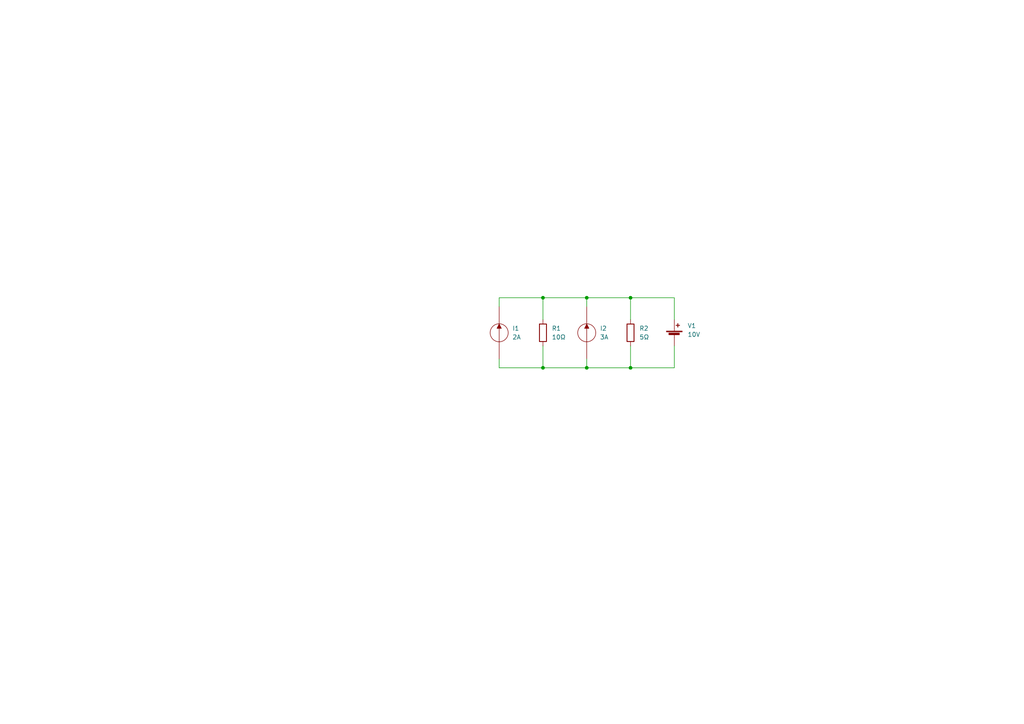
<source format=kicad_sch>
(kicad_sch (version 20230121) (generator eeschema)
  (paper "A4")
  (lib_symbols
    (symbol "Device:R" (pin_numbers hide) (pin_names (offset 0))
      (property "Reference" "R" (at 2.032 0 90))
      (property "Value" "R" (at 0 0 90))
      (symbol "R_0_1"
        (rectangle (start -1.016 -2.54) (end 1.016 2.54) (stroke (width 0.254)))
      )
      (symbol "R_1_1"
        (pin passive line (at 0 3.81 270) (length 1.27) (name "~") (number "1"))
        (pin passive line (at 0 -3.81 90) (length 1.27) (name "~") (number "2"))
      )
    )
    (symbol "Personalizado:fonte_corrente" (pin_numbers hide) (pin_names (offset 0))
      (property "Reference" "I" (at 3.81 0 0))
      (property "Value" "fonte_corrente" (at -3.81 -0.635 90))
      (symbol "fonte_corrente_0_1"
        (polyline (pts (xy 0 -2.54) (xy 0 2.54)))
        (polyline (pts (xy 0 2.54) (xy -0.635 1.27) (xy 0.635 1.27) (xy 0 2.54)) (fill (type outline)))
        (circle (center 0 0) (radius 2.6162))
      )
      (symbol "fonte_corrente_1_1"
        (pin passive line (at 0 7.62 270) (length 5.08) (name "~") (number "1"))
        (pin passive line (at 0 -7.62 90) (length 5.08) (name "~") (number "2"))
      )
    )
    (symbol "Personalizado:fonte_tensao" (pin_numbers hide) (pin_names (offset 0) hide)
      (property "Reference" "V" (at 2.54 2.54 0))
      (symbol "fonte_tensao_0_1"
        (rectangle (start -2.286 1.778) (end 2.286 1.524) (fill (type outline)))
        (rectangle (start -1.5748 1.1938) (end 1.4732 0.6858) (fill (type outline)))
        (polyline (pts (xy 0 0.762) (xy 0 0)))
        (polyline (pts (xy 0 1.778) (xy 0 2.54)))
        (polyline (pts (xy 0.508 3.429) (xy 1.524 3.429)) (stroke (width 0.254)))
        (polyline (pts (xy 1.016 3.937) (xy 1.016 2.921)) (stroke (width 0.254)))
      )
      (symbol "fonte_tensao_1_1"
        (pin passive line (at 0 5.08 270) (length 2.54) (name "+") (number "1"))
        (pin passive line (at 0 -2.54 90) (length 2.54) (name "-") (number "2"))
      )
    )
  )
  (junction (at 157.48 106.68))
  (junction (at 170.18 106.68))
  (junction (at 182.88 86.36))
  (junction (at 157.48 86.36))
  (junction (at 182.88 106.68))
  (junction (at 170.18 86.36))
  (wire (pts (xy 157.48 86.36) (xy 157.48 92.71)))
  (wire (pts (xy 170.18 106.68) (xy 157.48 106.68)))
  (wire (pts (xy 195.58 100.33) (xy 195.58 106.68)))
  (wire (pts (xy 170.18 86.36) (xy 170.18 88.9)))
  (wire (pts (xy 182.88 86.36) (xy 195.58 86.36)))
  (wire (pts (xy 144.78 86.36) (xy 157.48 86.36)))
  (wire (pts (xy 195.58 86.36) (xy 195.58 92.71)))
  (wire (pts (xy 195.58 106.68) (xy 182.88 106.68)))
  (wire (pts (xy 170.18 104.14) (xy 170.18 106.68)))
  (wire (pts (xy 170.18 86.36) (xy 182.88 86.36)))
  (wire (pts (xy 157.48 86.36) (xy 170.18 86.36)))
  (wire (pts (xy 182.88 106.68) (xy 170.18 106.68)))
  (wire (pts (xy 157.48 100.33) (xy 157.48 106.68)))
  (wire (pts (xy 182.88 100.33) (xy 182.88 106.68)))
  (wire (pts (xy 157.48 106.68) (xy 144.78 106.68)))
  (wire (pts (xy 144.78 106.68) (xy 144.78 104.14)))
  (wire (pts (xy 182.88 86.36) (xy 182.88 92.71)))
  (wire (pts (xy 144.78 88.9) (xy 144.78 86.36)))
  (symbol (lib_id "Personalizado:fonte_tensao") (at 195.58 97.79 0) (unit 1)
    (property "Reference" "V1" (at 199.39 94.488 0) (effects (justify left)))
    (property "Value" "10V" (at 199.39 97.028 0) (effects (justify left)))
  )
  (symbol (lib_id "Device:R") (at 157.48 96.52 0) (unit 1)
    (property "Reference" "R1" (at 160.02 95.25 0) (effects (justify left)))
    (property "Value" "10Ω" (at 160.02 97.79 0) (effects (justify left)))
  )
  (symbol (lib_id "Personalizado:fonte_corrente") (at 144.78 96.52 0) (unit 1)
    (property "Reference" "I1" (at 148.59 95.25 0) (effects (justify left)))
    (property "Value" "2A" (at 148.59 97.79 0) (effects (justify left)))
  )
  (symbol (lib_id "Device:R") (at 182.88 96.52 0) (unit 1)
    (property "Reference" "R2" (at 185.42 95.25 0) (effects (justify left)))
    (property "Value" "5Ω" (at 185.42 97.79 0) (effects (justify left)))
  )
  (symbol (lib_id "Personalizado:fonte_corrente") (at 170.18 96.52 0) (unit 1)
    (property "Reference" "I2" (at 173.99 95.25 0) (effects (justify left)))
    (property "Value" "3A" (at 173.99 97.79 0) (effects (justify left)))
  )
)
</source>
